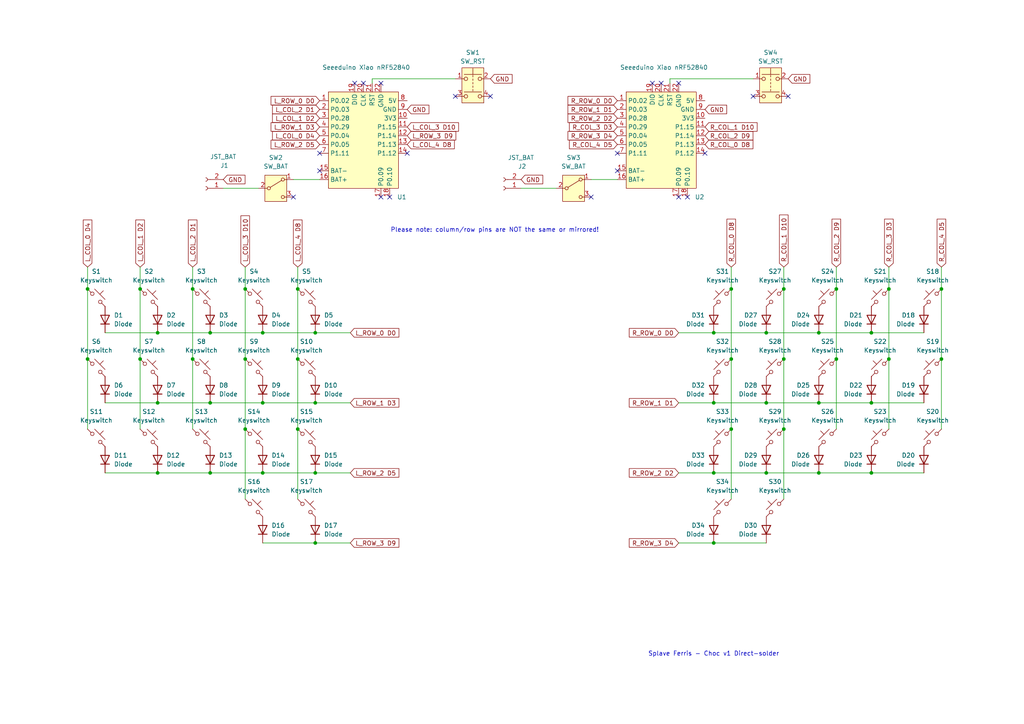
<source format=kicad_sch>
(kicad_sch (version 20250114) (generator "eeschema") (generator_version "9.0")
  (paper "A4")
  (lib_symbols
    (symbol "Connector:Conn_01x02_Socket" (pin_names (offset 1.016) (hide yes))
      (property "Reference" "J" (at 0 2.54 0))
      (property "Value" "Conn_01x02_Socket" (at 0 -5.08 0))
      (symbol "Conn_01x02_Socket_1_1"
        (polyline (pts (xy -1.27 0) (xy -0.508 0)) (stroke (width 0.1524)))
        (polyline (pts (xy -1.27 -2.54) (xy -0.508 -2.54)) (stroke (width 0.1524)))
        (arc (start 0 -0.508) (mid -0.5058 0) (end 0 0.508) (stroke (width 0.1524)))
        (arc (start 0 -3.048) (mid -0.5058 -2.54) (end 0 -2.032) (stroke (width 0.1524)))
        (pin passive line (at -5.08 0 0) (length 3.81) (name "Pin_1") (number "1"))
        (pin passive line (at -5.08 -2.54 0) (length 3.81) (name "Pin_2") (number "2"))
      )
    )
    (symbol "ScottoKeebs:Placeholder_Diode" (pin_numbers (hide yes)) (pin_names (hide yes))
      (property "Reference" "D" (at 0 2.54 0))
      (property "Value" "Diode" (at 0 -2.54 0))
      (symbol "Placeholder_Diode_0_1"
        (polyline (pts (xy -1.27 1.27) (xy -1.27 -1.27)) (stroke (width 0.254)))
        (polyline (pts (xy 1.27 1.27) (xy 1.27 -1.27) (xy -1.27 0) (xy 1.27 1.27)) (stroke (width 0.254)))
        (polyline (pts (xy 1.27 0) (xy -1.27 0)))
      )
      (symbol "Placeholder_Diode_1_1"
        (pin passive line (at -3.81 0 0) (length 2.54) (name "K") (number "1"))
        (pin passive line (at 3.81 0 180) (length 2.54) (name "A") (number "2"))
      )
    )
    (symbol "ScottoKeebs:Placeholder_Keyswitch" (pin_numbers (hide yes)) (pin_names (offset 1.016) (hide yes))
      (property "Reference" "S" (at 3.048 1.016 0))
      (property "Value" "Keyswitch" (at 0 -3.81 0))
      (symbol "Placeholder_Keyswitch_0_1"
        (polyline (pts (xy -2.54 2.54) (xy -1.524 1.524) (xy -1.524 1.524)))
        (circle (center -1.1684 1.1684) (radius 0.508))
        (polyline (pts (xy -0.508 2.54) (xy 2.54 -0.508)))
        (polyline (pts (xy 1.016 1.016) (xy 2.032 2.032)))
        (circle (center 1.143 -1.1938) (radius 0.508))
        (polyline (pts (xy 1.524 -1.524) (xy 2.54 -2.54) (xy 2.54 -2.54) (xy 2.54 -2.54)))
        (pin passive line (at -2.54 2.54 0) (length 0) (name "1") (number "1"))
        (pin passive line (at 2.54 -2.54 180) (length 0) (name "2") (number "2"))
      )
    )
    (symbol "Switch:SW_Push_Dual" (pin_names (offset 1.016) (hide yes))
      (property "Reference" "SW" (at 0 7.62 0))
      (property "Value" "SW_Push_Dual" (at 0 -6.35 0))
      (symbol "SW_Push_Dual_0_1"
        (circle (center -2.032 2.54) (radius 0.508))
        (circle (center -2.032 -2.54) (radius 0.508))
        (polyline (pts (xy 0 3.81) (xy 0 5.588)))
        (polyline (pts (xy 0 3.048) (xy 0 3.556)))
        (polyline (pts (xy 0 2.032) (xy 0 2.54)))
        (polyline (pts (xy 0 1.016) (xy 0 1.524)))
        (polyline (pts (xy 0 0.508) (xy 0 0)))
        (polyline (pts (xy 0 -0.508) (xy 0 -1.016)))
        (circle (center 2.032 2.54) (radius 0.508))
        (circle (center 2.032 -2.54) (radius 0.508))
        (polyline (pts (xy 2.54 3.81) (xy -2.54 3.81)))
        (polyline (pts (xy 2.54 -1.27) (xy -2.54 -1.27)))
        (pin passive line (at -5.08 2.54 0) (length 2.54) (name "1") (number "1"))
        (pin passive line (at -5.08 -2.54 0) (length 2.54) (name "3") (number "3"))
        (pin passive line (at 5.08 2.54 180) (length 2.54) (name "2") (number "2"))
        (pin passive line (at 5.08 -2.54 180) (length 2.54) (name "4") (number "4"))
      )
      (symbol "SW_Push_Dual_1_1"
        (rectangle (start -3.175 5.715) (end 3.175 -4.445) (fill (type background)))
      )
    )
    (symbol "Switch:SW_SPDT" (pin_names (offset 0) (hide yes))
      (property "Reference" "SW" (at 0 5.08 0))
      (property "Value" "SW_SPDT" (at 0 -5.08 0))
      (symbol "SW_SPDT_0_1"
        (circle (center -2.032 0) (radius 0.4572))
        (polyline (pts (xy -1.651 0.254) (xy 1.651 2.286)))
        (circle (center 2.032 2.54) (radius 0.4572))
        (circle (center 2.032 -2.54) (radius 0.4572))
      )
      (symbol "SW_SPDT_1_1"
        (rectangle (start -3.175 3.81) (end 3.175 -3.81) (fill (type background)))
        (pin passive line (at -5.08 0 0) (length 2.54) (name "B") (number "2"))
        (pin passive line (at 5.08 2.54 180) (length 2.54) (name "A") (number "1"))
        (pin passive line (at 5.08 -2.54 180) (length 2.54) (name "C") (number "3"))
      )
    )
    (symbol "marbastlib-promicroish:Seeeduino_Xiao_nRF52840" (in_bom no)
      (property "Reference" "U" (at -10.16 -12.7 0))
      (property "Value" "Seeeduino Xiao nRF52840" (at -10.16 -15.24 0))
      (symbol "Seeeduino_Xiao_nRF52840_1_0"
        (pin bidirectional line (at -12.7 13.97 0) (length 2.54) (name "P0.02") (number "1"))
        (pin bidirectional line (at -12.7 11.43 0) (length 2.54) (name "P0.03") (number "2"))
        (pin bidirectional line (at -12.7 8.89 0) (length 2.54) (name "P0.28") (number "3"))
        (pin bidirectional line (at -12.7 6.35 0) (length 2.54) (name "P0.29") (number "4"))
        (pin bidirectional line (at -12.7 3.81 0) (length 2.54) (name "P0.04") (number "5"))
        (pin bidirectional line (at -12.7 1.27 0) (length 2.54) (name "P0.05") (number "6"))
        (pin bidirectional line (at -12.7 -1.27 0) (length 2.54) (name "P1.11") (number "7"))
        (pin power_in line (at -12.7 -6.35 0) (length 2.54) (name "BAT-") (number "15"))
        (pin power_in line (at -12.7 -8.89 0) (length 2.54) (name "BAT+") (number "16"))
        (pin bidirectional line (at -2.54 19.05 270) (length 2.54) (name "DIO") (number "19"))
        (pin bidirectional line (at 0 19.05 270) (length 2.54) (name "CLK") (number "20"))
        (pin bidirectional line (at 2.54 19.05 270) (length 2.54) (name "RST") (number "21"))
        (pin power_out line (at 5.08 19.05 270) (length 2.54) (name "GND") (number "22"))
        (pin bidirectional line (at 5.08 -13.97 90) (length 2.54) (name "P0.09") (number "17"))
        (pin bidirectional line (at 7.62 -13.97 90) (length 2.54) (name "P0.10") (number "18"))
        (pin power_out line (at 12.7 13.97 180) (length 2.54) (name "5V") (number "8"))
        (pin power_out line (at 12.7 11.43 180) (length 2.54) (name "GND") (number "9"))
        (pin power_out line (at 12.7 8.89 180) (length 2.54) (name "3V3") (number "10"))
        (pin bidirectional line (at 12.7 6.35 180) (length 2.54) (name "P1.15") (number "11"))
        (pin bidirectional line (at 12.7 3.81 180) (length 2.54) (name "P1.14") (number "12"))
        (pin bidirectional line (at 12.7 1.27 180) (length 2.54) (name "P1.13") (number "13"))
        (pin bidirectional line (at 12.7 -1.27 180) (length 2.54) (name "P1.12") (number "14"))
      )
      (symbol "Seeeduino_Xiao_nRF52840_1_1"
        (rectangle (start -10.16 16.51) (end 10.16 -11.43) (fill (type background)))
      )
    )
  )
  (text "Splave Ferris - Choc v1 Direct-solder" (at 207.01 189.738 0) (effects (font (size 1.27 1.27))))
  (text "Please note: column/row pins are NOT the same or mirrored!" (at 143.51 66.802 0) (effects (font (size 1.27 1.27))))
  (junction (at 237.49 116.84))
  (junction (at 86.36 124.46))
  (junction (at 273.05 83.82))
  (junction (at 76.2 96.52))
  (junction (at 252.73 96.52))
  (junction (at 45.72 96.52))
  (junction (at 207.01 137.16))
  (junction (at 45.72 137.16))
  (junction (at 60.96 137.16))
  (junction (at 86.36 104.14))
  (junction (at 257.81 104.14))
  (junction (at 55.88 83.82))
  (junction (at 25.4 83.82))
  (junction (at 76.2 137.16))
  (junction (at 25.4 104.14))
  (junction (at 227.33 104.14))
  (junction (at 55.88 104.14))
  (junction (at 222.25 137.16))
  (junction (at 71.12 124.46))
  (junction (at 40.64 104.14))
  (junction (at 252.73 137.16))
  (junction (at 237.49 137.16))
  (junction (at 237.49 96.52))
  (junction (at 40.64 83.82))
  (junction (at 86.36 83.82))
  (junction (at 207.01 116.84))
  (junction (at 222.25 96.52))
  (junction (at 242.57 104.14))
  (junction (at 91.44 137.16))
  (junction (at 60.96 116.84))
  (junction (at 71.12 83.82))
  (junction (at 91.44 96.52))
  (junction (at 60.96 96.52))
  (junction (at 212.09 124.46))
  (junction (at 273.05 104.14))
  (junction (at 252.73 116.84))
  (junction (at 207.01 157.48))
  (junction (at 242.57 83.82))
  (junction (at 91.44 116.84))
  (junction (at 227.33 83.82))
  (junction (at 76.2 116.84))
  (junction (at 257.81 83.82))
  (junction (at 45.72 116.84))
  (junction (at 212.09 104.14))
  (junction (at 207.01 96.52))
  (junction (at 222.25 116.84))
  (junction (at 71.12 104.14))
  (junction (at 212.09 83.82))
  (junction (at 91.44 157.48))
  (junction (at 227.33 124.46))
  (no_connect (at 218.44 27.94))
  (no_connect (at 191.77 24.13))
  (no_connect (at 110.49 57.15))
  (no_connect (at 171.45 57.15))
  (no_connect (at 196.85 24.13))
  (no_connect (at 132.08 27.94))
  (no_connect (at 142.24 27.94))
  (no_connect (at 85.09 57.15))
  (no_connect (at 189.23 24.13))
  (no_connect (at 199.39 57.15))
  (no_connect (at 102.87 24.13))
  (no_connect (at 179.07 44.45))
  (no_connect (at 179.07 49.53))
  (no_connect (at 92.71 44.45))
  (no_connect (at 204.47 44.45))
  (no_connect (at 105.41 24.13))
  (no_connect (at 110.49 24.13))
  (no_connect (at 196.85 57.15))
  (no_connect (at 118.11 44.45))
  (no_connect (at 228.6 27.94))
  (no_connect (at 92.71 49.53))
  (no_connect (at 113.03 57.15))
  (wire (pts (xy 222.25 137.16) (xy 207.01 137.16)))
  (wire (pts (xy 237.49 96.52) (xy 222.25 96.52)))
  (wire (pts (xy 267.97 137.16) (xy 252.73 137.16)))
  (wire (pts (xy 212.09 104.14) (xy 212.09 124.46)))
  (wire (pts (xy 71.12 104.14) (xy 71.12 124.46)))
  (wire (pts (xy 222.25 157.48) (xy 207.01 157.48)))
  (wire (pts (xy 107.95 24.13) (xy 107.95 22.86)))
  (wire (pts (xy 257.81 104.14) (xy 257.81 124.46)))
  (wire (pts (xy 252.73 137.16) (xy 237.49 137.16)))
  (wire (pts (xy 273.05 77.47) (xy 273.05 83.82)))
  (wire (pts (xy 196.85 137.16) (xy 207.01 137.16)))
  (wire (pts (xy 85.09 52.07) (xy 92.71 52.07)))
  (wire (pts (xy 45.72 137.16) (xy 60.96 137.16)))
  (wire (pts (xy 76.2 137.16) (xy 91.44 137.16)))
  (wire (pts (xy 25.4 83.82) (xy 25.4 104.14)))
  (wire (pts (xy 60.96 137.16) (xy 76.2 137.16)))
  (wire (pts (xy 252.73 116.84) (xy 237.49 116.84)))
  (wire (pts (xy 40.64 77.47) (xy 40.64 83.82)))
  (wire (pts (xy 257.81 83.82) (xy 257.81 104.14)))
  (wire (pts (xy 91.44 96.52) (xy 101.6 96.52)))
  (wire (pts (xy 207.01 116.84) (xy 196.85 116.84)))
  (wire (pts (xy 40.64 83.82) (xy 40.64 104.14)))
  (wire (pts (xy 76.2 96.52) (xy 91.44 96.52)))
  (wire (pts (xy 30.48 137.16) (xy 45.72 137.16)))
  (wire (pts (xy 55.88 104.14) (xy 55.88 124.46)))
  (wire (pts (xy 194.31 24.13) (xy 194.31 22.86)))
  (wire (pts (xy 151.13 54.61) (xy 161.29 54.61)))
  (wire (pts (xy 212.09 124.46) (xy 212.09 144.78)))
  (wire (pts (xy 76.2 157.48) (xy 91.44 157.48)))
  (wire (pts (xy 273.05 104.14) (xy 273.05 124.46)))
  (wire (pts (xy 86.36 104.14) (xy 86.36 124.46)))
  (wire (pts (xy 71.12 77.47) (xy 71.12 83.82)))
  (wire (pts (xy 267.97 96.52) (xy 252.73 96.52)))
  (wire (pts (xy 101.6 157.48) (xy 91.44 157.48)))
  (wire (pts (xy 71.12 83.82) (xy 71.12 104.14)))
  (wire (pts (xy 194.31 22.86) (xy 218.44 22.86)))
  (wire (pts (xy 242.57 104.14) (xy 242.57 124.46)))
  (wire (pts (xy 252.73 96.52) (xy 237.49 96.52)))
  (wire (pts (xy 237.49 137.16) (xy 222.25 137.16)))
  (wire (pts (xy 207.01 96.52) (xy 196.85 96.52)))
  (wire (pts (xy 91.44 116.84) (xy 101.6 116.84)))
  (wire (pts (xy 60.96 116.84) (xy 76.2 116.84)))
  (wire (pts (xy 212.09 77.47) (xy 212.09 83.82)))
  (wire (pts (xy 25.4 104.14) (xy 25.4 124.46)))
  (wire (pts (xy 86.36 124.46) (xy 86.36 144.78)))
  (wire (pts (xy 86.36 77.47) (xy 86.36 83.82)))
  (wire (pts (xy 64.77 54.61) (xy 74.93 54.61)))
  (wire (pts (xy 45.72 116.84) (xy 60.96 116.84)))
  (wire (pts (xy 212.09 83.82) (xy 212.09 104.14)))
  (wire (pts (xy 237.49 116.84) (xy 222.25 116.84)))
  (wire (pts (xy 257.81 77.47) (xy 257.81 83.82)))
  (wire (pts (xy 40.64 104.14) (xy 40.64 124.46)))
  (wire (pts (xy 222.25 96.52) (xy 207.01 96.52)))
  (wire (pts (xy 45.72 96.52) (xy 60.96 96.52)))
  (wire (pts (xy 242.57 77.47) (xy 242.57 83.82)))
  (wire (pts (xy 242.57 83.82) (xy 242.57 104.14)))
  (wire (pts (xy 60.96 96.52) (xy 76.2 96.52)))
  (wire (pts (xy 273.05 83.82) (xy 273.05 104.14)))
  (wire (pts (xy 267.97 116.84) (xy 252.73 116.84)))
  (wire (pts (xy 196.85 157.48) (xy 207.01 157.48)))
  (wire (pts (xy 71.12 124.46) (xy 71.12 144.78)))
  (wire (pts (xy 86.36 83.82) (xy 86.36 104.14)))
  (wire (pts (xy 25.4 77.47) (xy 25.4 83.82)))
  (wire (pts (xy 227.33 83.82) (xy 227.33 104.14)))
  (wire (pts (xy 107.95 22.86) (xy 132.08 22.86)))
  (wire (pts (xy 222.25 116.84) (xy 207.01 116.84)))
  (wire (pts (xy 55.88 83.82) (xy 55.88 104.14)))
  (wire (pts (xy 101.6 137.16) (xy 91.44 137.16)))
  (wire (pts (xy 30.48 96.52) (xy 45.72 96.52)))
  (wire (pts (xy 76.2 116.84) (xy 91.44 116.84)))
  (wire (pts (xy 227.33 104.14) (xy 227.33 124.46)))
  (wire (pts (xy 55.88 77.47) (xy 55.88 83.82)))
  (wire (pts (xy 171.45 52.07) (xy 179.07 52.07)))
  (wire (pts (xy 30.48 116.84) (xy 45.72 116.84)))
  (wire (pts (xy 227.33 124.46) (xy 227.33 144.78)))
  (wire (pts (xy 227.33 77.47) (xy 227.33 83.82)))
  (global_label "L_COL_2 D1" (shape input) (at 55.88 77.47 90) (property "Intersheetrefs" "${INTERSHEET_REFS}" (effects (hide yes))))
  (global_label "L_ROW_0 D0" (shape input) (at 101.6 96.52 0) (property "Intersheetrefs" "${INTERSHEET_REFS}" (effects (hide yes))))
  (global_label "R_COL_3 D3" (shape input) (at 257.81 77.47 90) (property "Intersheetrefs" "${INTERSHEET_REFS}" (effects (hide yes))))
  (global_label "R_COL_0 D8" (shape input) (at 204.47 41.91 0) (property "Intersheetrefs" "${INTERSHEET_REFS}" (effects (hide yes))))
  (global_label "R_COL_3 D3" (shape input) (at 179.07 36.83 180) (property "Intersheetrefs" "${INTERSHEET_REFS}" (effects (hide yes))))
  (global_label "L_ROW_1 D3" (shape input) (at 92.71 36.83 180) (property "Intersheetrefs" "${INTERSHEET_REFS}" (effects (hide yes))))
  (global_label "L_COL_3 D10" (shape input) (at 71.12 77.47 90) (property "Intersheetrefs" "${INTERSHEET_REFS}" (effects (hide yes))))
  (global_label "L_COL_3 D10" (shape input) (at 118.11 36.83 0) (property "Intersheetrefs" "${INTERSHEET_REFS}" (effects (hide yes))))
  (global_label "L_COL_4 D8" (shape input) (at 86.36 77.47 90) (property "Intersheetrefs" "${INTERSHEET_REFS}" (effects (hide yes))))
  (global_label "GND" (shape input) (at 118.11 31.75 0) (property "Intersheetrefs" "${INTERSHEET_REFS}" (effects (hide yes))))
  (global_label "R_ROW_2 D2" (shape input) (at 179.07 34.29 180) (property "Intersheetrefs" "${INTERSHEET_REFS}" (effects (hide yes))))
  (global_label "L_ROW_3 D9" (shape input) (at 118.11 39.37 0) (property "Intersheetrefs" "${INTERSHEET_REFS}" (effects (hide yes))))
  (global_label "R_COL_1 D10" (shape input) (at 227.33 77.47 90) (property "Intersheetrefs" "${INTERSHEET_REFS}" (effects (hide yes))))
  (global_label "GND" (shape input) (at 64.77 52.07 0) (property "Intersheetrefs" "${INTERSHEET_REFS}" (effects (hide yes))))
  (global_label "R_ROW_1 D1" (shape input) (at 179.07 31.75 180) (property "Intersheetrefs" "${INTERSHEET_REFS}" (effects (hide yes))))
  (global_label "R_ROW_3 D4" (shape input) (at 196.85 157.48 180) (property "Intersheetrefs" "${INTERSHEET_REFS}" (effects (hide yes))))
  (global_label "L_ROW_2 D5" (shape input) (at 92.71 41.91 180) (property "Intersheetrefs" "${INTERSHEET_REFS}" (effects (hide yes))))
  (global_label "GND" (shape input) (at 142.24 22.86 0) (property "Intersheetrefs" "${INTERSHEET_REFS}" (effects (hide yes))))
  (global_label "L_COL_4 D8" (shape input) (at 118.11 41.91 0) (property "Intersheetrefs" "${INTERSHEET_REFS}" (effects (hide yes))))
  (global_label "R_ROW_2 D2" (shape input) (at 196.85 137.16 180) (property "Intersheetrefs" "${INTERSHEET_REFS}" (effects (hide yes))))
  (global_label "L_ROW_2 D5" (shape input) (at 101.6 137.16 0) (property "Intersheetrefs" "${INTERSHEET_REFS}" (effects (hide yes))))
  (global_label "R_ROW_0 D0" (shape input) (at 196.85 96.52 180) (property "Intersheetrefs" "${INTERSHEET_REFS}" (effects (hide yes))))
  (global_label "L_COL_1 D2" (shape input) (at 40.64 77.47 90) (property "Intersheetrefs" "${INTERSHEET_REFS}" (effects (hide yes))))
  (global_label "R_COL_1 D10" (shape input) (at 204.47 36.83 0) (property "Intersheetrefs" "${INTERSHEET_REFS}" (effects (hide yes))))
  (global_label "L_ROW_1 D3" (shape input) (at 101.6 116.84 0) (property "Intersheetrefs" "${INTERSHEET_REFS}" (effects (hide yes))))
  (global_label "L_COL_0 D4" (shape input) (at 25.4 77.47 90) (property "Intersheetrefs" "${INTERSHEET_REFS}" (effects (hide yes))))
  (global_label "GND" (shape input) (at 228.6 22.86 0) (property "Intersheetrefs" "${INTERSHEET_REFS}" (effects (hide yes))))
  (global_label "R_COL_0 D8" (shape input) (at 212.09 77.47 90) (property "Intersheetrefs" "${INTERSHEET_REFS}" (effects (hide yes))))
  (global_label "R_ROW_0 D0" (shape input) (at 179.07 29.21 180) (property "Intersheetrefs" "${INTERSHEET_REFS}" (effects (hide yes))))
  (global_label "GND" (shape input) (at 151.13 52.07 0) (property "Intersheetrefs" "${INTERSHEET_REFS}" (effects (hide yes))))
  (global_label "GND" (shape input) (at 204.47 31.75 0) (property "Intersheetrefs" "${INTERSHEET_REFS}" (effects (hide yes))))
  (global_label "R_ROW_3 D4" (shape input) (at 179.07 39.37 180) (property "Intersheetrefs" "${INTERSHEET_REFS}" (effects (hide yes))))
  (global_label "L_ROW_3 D9" (shape input) (at 101.6 157.48 0) (property "Intersheetrefs" "${INTERSHEET_REFS}" (effects (hide yes))))
  (global_label "L_COL_1 D2" (shape input) (at 92.71 34.29 180) (property "Intersheetrefs" "${INTERSHEET_REFS}" (effects (hide yes))))
  (global_label "L_ROW_0 D0" (shape input) (at 92.71 29.21 180) (property "Intersheetrefs" "${INTERSHEET_REFS}" (effects (hide yes))))
  (global_label "R_ROW_1 D1" (shape input) (at 196.85 116.84 180) (property "Intersheetrefs" "${INTERSHEET_REFS}" (effects (hide yes))))
  (global_label "R_COL_4 D5" (shape input) (at 273.05 77.47 90) (property "Intersheetrefs" "${INTERSHEET_REFS}" (effects (hide yes))))
  (global_label "L_COL_0 D4" (shape input) (at 92.71 39.37 180) (property "Intersheetrefs" "${INTERSHEET_REFS}" (effects (hide yes))))
  (global_label "R_COL_2 D9" (shape input) (at 242.57 77.47 90) (property "Intersheetrefs" "${INTERSHEET_REFS}" (effects (hide yes))))
  (global_label "R_COL_2 D9" (shape input) (at 204.47 39.37 0) (property "Intersheetrefs" "${INTERSHEET_REFS}" (effects (hide yes))))
  (global_label "R_COL_4 D5" (shape input) (at 179.07 41.91 180) (property "Intersheetrefs" "${INTERSHEET_REFS}" (effects (hide yes))))
  (global_label "L_COL_2 D1" (shape input) (at 92.71 31.75 180) (property "Intersheetrefs" "${INTERSHEET_REFS}" (effects (hide yes))))
  (symbol (lib_id "ScottoKeebs:Placeholder_Diode") (at 45.72 113.03 90) (unit 1)
    (property "Reference" "D7" (at 48.26 111.7599 90) (effects (justify right)))
    (property "Value" "Diode" (at 48.26 114.2999 90) (effects (justify right)))
    (property "Description" "1N4148 (DO-35) or 1N4148W (SOD-123)" (effects (hide yes)))
    (property "Sim.Device" "D" (effects (hide yes)))
    (property "Sim.Pins" "1=K 2=A" (effects (hide yes)))
  )
  (symbol (lib_id "ScottoKeebs:Placeholder_Diode") (at 207.01 92.71 270) (mirror x) (unit 1)
    (property "Reference" "D31" (at 204.47 91.4399 90) (effects (justify right)))
    (property "Value" "Diode" (at 204.47 93.9799 90) (effects (justify right)))
    (property "Description" "1N4148 (DO-35) or 1N4148W (SOD-123)" (effects (hide yes)))
    (property "Sim.Device" "D" (effects (hide yes)))
    (property "Sim.Pins" "1=K 2=A" (effects (hide yes)))
  )
  (symbol (lib_id "ScottoKeebs:Placeholder_Diode") (at 252.73 113.03 270) (mirror x) (unit 1)
    (property "Reference" "D22" (at 250.19 111.7599 90) (effects (justify right)))
    (property "Value" "Diode" (at 250.19 114.2999 90) (effects (justify right)))
    (property "Description" "1N4148 (DO-35) or 1N4148W (SOD-123)" (effects (hide yes)))
    (property "Sim.Device" "D" (effects (hide yes)))
    (property "Sim.Pins" "1=K 2=A" (effects (hide yes)))
  )
  (symbol (lib_id "ScottoKeebs:Placeholder_Diode") (at 237.49 133.35 270) (mirror x) (unit 1)
    (property "Reference" "D26" (at 234.95 132.0799 90) (effects (justify right)))
    (property "Value" "Diode" (at 234.95 134.6199 90) (effects (justify right)))
    (property "Description" "1N4148 (DO-35) or 1N4148W (SOD-123)" (effects (hide yes)))
    (property "Sim.Device" "D" (effects (hide yes)))
    (property "Sim.Pins" "1=K 2=A" (effects (hide yes)))
  )
  (symbol (lib_id "marbastlib-promicroish:Seeeduino_Xiao_nRF52840") (at 191.77 43.18 0) (unit 1) (in_bom no)
    (property "Reference" "U2" (at 201.5333 57.15 0) (effects (justify left)))
    (property "Value" "Seeeduino Xiao nRF52840" (at 179.832 19.558 0) (effects (justify left)))
    (property "Footprint" "PCM_marbastlib-xp-promicroish:Xiao_nRF52840_ACH" (effects (hide yes)))
    (property "Description" "Symbol for a Seeeduino Xiao nRF52840" (effects (hide yes)))
  )
  (symbol (lib_id "ScottoKeebs:Placeholder_Diode") (at 30.48 133.35 90) (unit 1)
    (property "Reference" "D11" (at 33.02 132.0799 90) (effects (justify right)))
    (property "Value" "Diode" (at 33.02 134.6199 90) (effects (justify right)))
    (property "Description" "1N4148 (DO-35) or 1N4148W (SOD-123)" (effects (hide yes)))
    (property "Sim.Device" "D" (effects (hide yes)))
    (property "Sim.Pins" "1=K 2=A" (effects (hide yes)))
  )
  (symbol (lib_id "ScottoKeebs:Placeholder_Diode") (at 45.72 133.35 90) (unit 1)
    (property "Reference" "D12" (at 48.26 132.0799 90) (effects (justify right)))
    (property "Value" "Diode" (at 48.26 134.6199 90) (effects (justify right)))
    (property "Description" "1N4148 (DO-35) or 1N4148W (SOD-123)" (effects (hide yes)))
    (property "Sim.Device" "D" (effects (hide yes)))
    (property "Sim.Pins" "1=K 2=A" (effects (hide yes)))
  )
  (symbol (lib_id "ScottoKeebs:Placeholder_Keyswitch") (at 224.79 86.36 0) (mirror y) (unit 1)
    (property "Reference" "S27" (at 224.79 78.74 0))
    (property "Value" "Keyswitch" (at 224.79 81.28 0))
    (property "Description" "Push button switch, normally open, two pins, 45° tilted" (effects (hide yes)))
  )
  (symbol (lib_id "ScottoKeebs:Placeholder_Diode") (at 76.2 113.03 90) (unit 1)
    (property "Reference" "D9" (at 78.74 111.7599 90) (effects (justify right)))
    (property "Value" "Diode" (at 78.74 114.2999 90) (effects (justify right)))
    (property "Description" "1N4148 (DO-35) or 1N4148W (SOD-123)" (effects (hide yes)))
    (property "Sim.Device" "D" (effects (hide yes)))
    (property "Sim.Pins" "1=K 2=A" (effects (hide yes)))
  )
  (symbol (lib_id "ScottoKeebs:Placeholder_Keyswitch") (at 27.94 127 0) (unit 1)
    (property "Reference" "S11" (at 27.94 119.38 0))
    (property "Value" "Keyswitch" (at 27.94 121.92 0))
    (property "Description" "Push button switch, normally open, two pins, 45° tilted" (effects (hide yes)))
  )
  (symbol (lib_id "Connector:Conn_01x02_Socket") (at 59.69 54.61 180) (unit 1)
    (property "Reference" "J1" (at 66.294 48.006 0) (effects (justify left)))
    (property "Value" "JST_BAT" (at 68.58 45.466 0) (effects (justify left)))
    (property "Description" "Generic connector, single row, 01x02, script generated" (effects (hide yes)))
  )
  (symbol (lib_id "ScottoKeebs:Placeholder_Keyswitch") (at 43.18 86.36 0) (unit 1)
    (property "Reference" "S2" (at 43.18 78.74 0))
    (property "Value" "Keyswitch" (at 43.18 81.28 0))
    (property "Description" "Push button switch, normally open, two pins, 45° tilted" (effects (hide yes)))
  )
  (symbol (lib_id "ScottoKeebs:Placeholder_Keyswitch") (at 73.66 127 0) (unit 1)
    (property "Reference" "S14" (at 73.66 119.38 0))
    (property "Value" "Keyswitch" (at 73.66 121.92 0))
    (property "Description" "Push button switch, normally open, two pins, 45° tilted" (effects (hide yes)))
  )
  (symbol (lib_id "ScottoKeebs:Placeholder_Diode") (at 267.97 133.35 270) (mirror x) (unit 1)
    (property "Reference" "D20" (at 265.43 132.0799 90) (effects (justify right)))
    (property "Value" "Diode" (at 265.43 134.6199 90) (effects (justify right)))
    (property "Description" "1N4148 (DO-35) or 1N4148W (SOD-123)" (effects (hide yes)))
    (property "Sim.Device" "D" (effects (hide yes)))
    (property "Sim.Pins" "1=K 2=A" (effects (hide yes)))
  )
  (symbol (lib_id "Connector:Conn_01x02_Socket") (at 146.05 54.61 180) (unit 1)
    (property "Reference" "J2" (at 152.654 48.26 0) (effects (justify left)))
    (property "Value" "JST_BAT" (at 154.94 45.72 0) (effects (justify left)))
    (property "Description" "Generic connector, single row, 01x02, script generated" (effects (hide yes)))
  )
  (symbol (lib_id "Switch:SW_Push_Dual") (at 223.52 25.4 0) (unit 1)
    (property "Reference" "SW4" (at 223.52 15.24 0))
    (property "Value" "SW_RST" (at 223.52 17.78 0))
    (property "Description" "Push button switch, generic, symbol, four pins" (effects (hide yes)))
  )
  (symbol (lib_id "ScottoKeebs:Placeholder_Keyswitch") (at 270.51 127 0) (mirror y) (unit 1)
    (property "Reference" "S20" (at 270.51 119.38 0))
    (property "Value" "Keyswitch" (at 270.51 121.92 0))
    (property "Description" "Push button switch, normally open, two pins, 45° tilted" (effects (hide yes)))
  )
  (symbol (lib_id "ScottoKeebs:Placeholder_Diode") (at 45.72 92.71 90) (unit 1)
    (property "Reference" "D2" (at 48.26 91.4399 90) (effects (justify right)))
    (property "Value" "Diode" (at 48.26 93.9799 90) (effects (justify right)))
    (property "Description" "1N4148 (DO-35) or 1N4148W (SOD-123)" (effects (hide yes)))
    (property "Sim.Device" "D" (effects (hide yes)))
    (property "Sim.Pins" "1=K 2=A" (effects (hide yes)))
  )
  (symbol (lib_id "ScottoKeebs:Placeholder_Keyswitch") (at 255.27 106.68 0) (mirror y) (unit 1)
    (property "Reference" "S22" (at 255.27 99.06 0))
    (property "Value" "Keyswitch" (at 255.27 101.6 0))
    (property "Description" "Push button switch, normally open, two pins, 45° tilted" (effects (hide yes)))
  )
  (symbol (lib_id "ScottoKeebs:Placeholder_Keyswitch") (at 58.42 86.36 0) (unit 1)
    (property "Reference" "S3" (at 58.42 78.74 0))
    (property "Value" "Keyswitch" (at 58.42 81.28 0))
    (property "Description" "Push button switch, normally open, two pins, 45° tilted" (effects (hide yes)))
  )
  (symbol (lib_id "ScottoKeebs:Placeholder_Diode") (at 252.73 133.35 270) (mirror x) (unit 1)
    (property "Reference" "D23" (at 250.19 132.0799 90) (effects (justify right)))
    (property "Value" "Diode" (at 250.19 134.6199 90) (effects (justify right)))
    (property "Description" "1N4148 (DO-35) or 1N4148W (SOD-123)" (effects (hide yes)))
    (property "Sim.Device" "D" (effects (hide yes)))
    (property "Sim.Pins" "1=K 2=A" (effects (hide yes)))
  )
  (symbol (lib_id "ScottoKeebs:Placeholder_Diode") (at 30.48 113.03 90) (unit 1)
    (property "Reference" "D6" (at 33.02 111.7599 90) (effects (justify right)))
    (property "Value" "Diode" (at 33.02 114.2999 90) (effects (justify right)))
    (property "Description" "1N4148 (DO-35) or 1N4148W (SOD-123)" (effects (hide yes)))
    (property "Sim.Device" "D" (effects (hide yes)))
    (property "Sim.Pins" "1=K 2=A" (effects (hide yes)))
  )
  (symbol (lib_id "ScottoKeebs:Placeholder_Keyswitch") (at 73.66 106.68 0) (unit 1)
    (property "Reference" "S9" (at 73.66 99.06 0))
    (property "Value" "Keyswitch" (at 73.66 101.6 0))
    (property "Description" "Push button switch, normally open, two pins, 45° tilted" (effects (hide yes)))
  )
  (symbol (lib_id "ScottoKeebs:Placeholder_Diode") (at 91.44 133.35 90) (unit 1)
    (property "Reference" "D15" (at 93.98 132.0799 90) (effects (justify right)))
    (property "Value" "Diode" (at 93.98 134.6199 90) (effects (justify right)))
    (property "Description" "1N4148 (DO-35) or 1N4148W (SOD-123)" (effects (hide yes)))
    (property "Sim.Device" "D" (effects (hide yes)))
    (property "Sim.Pins" "1=K 2=A" (effects (hide yes)))
  )
  (symbol (lib_id "ScottoKeebs:Placeholder_Diode") (at 252.73 92.71 270) (mirror x) (unit 1)
    (property "Reference" "D21" (at 250.19 91.4399 90) (effects (justify right)))
    (property "Value" "Diode" (at 250.19 93.9799 90) (effects (justify right)))
    (property "Description" "1N4148 (DO-35) or 1N4148W (SOD-123)" (effects (hide yes)))
    (property "Sim.Device" "D" (effects (hide yes)))
    (property "Sim.Pins" "1=K 2=A" (effects (hide yes)))
  )
  (symbol (lib_id "ScottoKeebs:Placeholder_Keyswitch") (at 209.55 147.32 0) (mirror y) (unit 1)
    (property "Reference" "S34" (at 209.55 139.7 0))
    (property "Value" "Keyswitch" (at 209.55 142.24 0))
    (property "Description" "Push button switch, normally open, two pins, 45° tilted" (effects (hide yes)))
  )
  (symbol (lib_id "ScottoKeebs:Placeholder_Diode") (at 91.44 153.67 90) (unit 1)
    (property "Reference" "D17" (at 93.98 152.3999 90) (effects (justify right)))
    (property "Value" "Diode" (at 93.98 154.9399 90) (effects (justify right)))
    (property "Description" "1N4148 (DO-35) or 1N4148W (SOD-123)" (effects (hide yes)))
    (property "Sim.Device" "D" (effects (hide yes)))
    (property "Sim.Pins" "1=K 2=A" (effects (hide yes)))
  )
  (symbol (lib_id "ScottoKeebs:Placeholder_Keyswitch") (at 58.42 106.68 0) (unit 1)
    (property "Reference" "S8" (at 58.42 99.06 0))
    (property "Value" "Keyswitch" (at 58.42 101.6 0))
    (property "Description" "Push button switch, normally open, two pins, 45° tilted" (effects (hide yes)))
  )
  (symbol (lib_id "ScottoKeebs:Placeholder_Keyswitch") (at 43.18 127 0) (unit 1)
    (property "Reference" "S12" (at 43.18 119.38 0))
    (property "Value" "Keyswitch" (at 43.18 121.92 0))
    (property "Description" "Push button switch, normally open, two pins, 45° tilted" (effects (hide yes)))
  )
  (symbol (lib_id "ScottoKeebs:Placeholder_Keyswitch") (at 270.51 86.36 0) (mirror y) (unit 1)
    (property "Reference" "S18" (at 270.51 78.74 0))
    (property "Value" "Keyswitch" (at 270.51 81.28 0))
    (property "Description" "Push button switch, normally open, two pins, 45° tilted" (effects (hide yes)))
  )
  (symbol (lib_id "ScottoKeebs:Placeholder_Keyswitch") (at 224.79 147.32 0) (mirror y) (unit 1)
    (property "Reference" "S30" (at 224.79 139.7 0))
    (property "Value" "Keyswitch" (at 224.79 142.24 0))
    (property "Description" "Push button switch, normally open, two pins, 45° tilted" (effects (hide yes)))
  )
  (symbol (lib_id "ScottoKeebs:Placeholder_Diode") (at 60.96 133.35 90) (unit 1)
    (property "Reference" "D13" (at 63.5 132.0799 90) (effects (justify right)))
    (property "Value" "Diode" (at 63.5 134.6199 90) (effects (justify right)))
    (property "Description" "1N4148 (DO-35) or 1N4148W (SOD-123)" (effects (hide yes)))
    (property "Sim.Device" "D" (effects (hide yes)))
    (property "Sim.Pins" "1=K 2=A" (effects (hide yes)))
  )
  (symbol (lib_id "ScottoKeebs:Placeholder_Keyswitch") (at 240.03 86.36 0) (mirror y) (unit 1)
    (property "Reference" "S24" (at 240.03 78.74 0))
    (property "Value" "Keyswitch" (at 240.03 81.28 0))
    (property "Description" "Push button switch, normally open, two pins, 45° tilted" (effects (hide yes)))
  )
  (symbol (lib_id "ScottoKeebs:Placeholder_Keyswitch") (at 240.03 106.68 0) (mirror y) (unit 1)
    (property "Reference" "S25" (at 240.03 99.06 0))
    (property "Value" "Keyswitch" (at 240.03 101.6 0))
    (property "Description" "Push button switch, normally open, two pins, 45° tilted" (effects (hide yes)))
  )
  (symbol (lib_id "ScottoKeebs:Placeholder_Diode") (at 207.01 133.35 270) (mirror x) (unit 1)
    (property "Reference" "D33" (at 204.47 132.0799 90) (effects (justify right)))
    (property "Value" "Diode" (at 204.47 134.6199 90) (effects (justify right)))
    (property "Description" "1N4148 (DO-35) or 1N4148W (SOD-123)" (effects (hide yes)))
    (property "Sim.Device" "D" (effects (hide yes)))
    (property "Sim.Pins" "1=K 2=A" (effects (hide yes)))
  )
  (symbol (lib_id "ScottoKeebs:Placeholder_Keyswitch") (at 255.27 86.36 0) (mirror y) (unit 1)
    (property "Reference" "S21" (at 255.27 78.74 0))
    (property "Value" "Keyswitch" (at 255.27 81.28 0))
    (property "Description" "Push button switch, normally open, two pins, 45° tilted" (effects (hide yes)))
  )
  (symbol (lib_id "ScottoKeebs:Placeholder_Keyswitch") (at 73.66 147.32 0) (unit 1)
    (property "Reference" "S16" (at 73.66 139.7 0))
    (property "Value" "Keyswitch" (at 73.66 142.24 0))
    (property "Description" "Push button switch, normally open, two pins, 45° tilted" (effects (hide yes)))
  )
  (symbol (lib_id "ScottoKeebs:Placeholder_Diode") (at 207.01 113.03 270) (mirror x) (unit 1)
    (property "Reference" "D32" (at 204.47 111.7599 90) (effects (justify right)))
    (property "Value" "Diode" (at 204.47 114.2999 90) (effects (justify right)))
    (property "Description" "1N4148 (DO-35) or 1N4148W (SOD-123)" (effects (hide yes)))
    (property "Sim.Device" "D" (effects (hide yes)))
    (property "Sim.Pins" "1=K 2=A" (effects (hide yes)))
  )
  (symbol (lib_id "ScottoKeebs:Placeholder_Diode") (at 76.2 133.35 90) (unit 1)
    (property "Reference" "D14" (at 78.74 132.0799 90) (effects (justify right)))
    (property "Value" "Diode" (at 78.74 134.6199 90) (effects (justify right)))
    (property "Description" "1N4148 (DO-35) or 1N4148W (SOD-123)" (effects (hide yes)))
    (property "Sim.Device" "D" (effects (hide yes)))
    (property "Sim.Pins" "1=K 2=A" (effects (hide yes)))
  )
  (symbol (lib_id "ScottoKeebs:Placeholder_Keyswitch") (at 240.03 127 0) (mirror y) (unit 1)
    (property "Reference" "S26" (at 240.03 119.38 0))
    (property "Value" "Keyswitch" (at 240.03 121.92 0))
    (property "Description" "Push button switch, normally open, two pins, 45° tilted" (effects (hide yes)))
  )
  (symbol (lib_id "Switch:SW_SPDT") (at 166.37 54.61 0) (unit 1)
    (property "Reference" "SW3" (at 166.37 45.72 0))
    (property "Value" "SW_BAT" (at 166.37 48.26 0))
    (property "Description" "Switch, single pole double throw" (effects (hide yes)))
  )
  (symbol (lib_id "ScottoKeebs:Placeholder_Keyswitch") (at 58.42 127 0) (unit 1)
    (property "Reference" "S13" (at 58.42 119.38 0))
    (property "Value" "Keyswitch" (at 58.42 121.92 0))
    (property "Description" "Push button switch, normally open, two pins, 45° tilted" (effects (hide yes)))
  )
  (symbol (lib_id "Switch:SW_SPDT") (at 80.01 54.61 0) (unit 1)
    (property "Reference" "SW2" (at 80.01 45.72 0))
    (property "Value" "SW_BAT" (at 80.01 48.26 0))
    (property "Description" "Switch, single pole double throw" (effects (hide yes)))
  )
  (symbol (lib_id "ScottoKeebs:Placeholder_Keyswitch") (at 27.94 86.36 0) (unit 1)
    (property "Reference" "S1" (at 27.94 78.74 0))
    (property "Value" "Keyswitch" (at 27.94 81.28 0))
    (property "Description" "Push button switch, normally open, two pins, 45° tilted" (effects (hide yes)))
  )
  (symbol (lib_id "ScottoKeebs:Placeholder_Keyswitch") (at 209.55 106.68 0) (mirror y) (unit 1)
    (property "Reference" "S32" (at 209.55 99.06 0))
    (property "Value" "Keyswitch" (at 209.55 101.6 0))
    (property "Description" "Push button switch, normally open, two pins, 45° tilted" (effects (hide yes)))
  )
  (symbol (lib_id "ScottoKeebs:Placeholder_Diode") (at 76.2 92.71 90) (unit 1)
    (property "Reference" "D4" (at 78.74 91.4399 90) (effects (justify right)))
    (property "Value" "Diode" (at 78.74 93.9799 90) (effects (justify right)))
    (property "Description" "1N4148 (DO-35) or 1N4148W (SOD-123)" (effects (hide yes)))
    (property "Sim.Device" "D" (effects (hide yes)))
    (property "Sim.Pins" "1=K 2=A" (effects (hide yes)))
  )
  (symbol (lib_id "Switch:SW_Push_Dual") (at 137.16 25.4 0) (unit 1)
    (property "Reference" "SW1" (at 137.16 15.24 0))
    (property "Value" "SW_RST" (at 137.16 17.78 0))
    (property "Description" "Push button switch, generic, symbol, four pins" (effects (hide yes)))
  )
  (symbol (lib_id "marbastlib-promicroish:Seeeduino_Xiao_nRF52840") (at 105.41 43.18 0) (unit 1) (in_bom no)
    (property "Reference" "U1" (at 115.1733 57.15 0) (effects (justify left)))
    (property "Value" "Seeeduino Xiao nRF52840" (at 93.472 19.558 0) (effects (justify left)))
    (property "Footprint" "PCM_marbastlib-xp-promicroish:Xiao_nRF52840_ACH" (effects (hide yes)))
    (property "Description" "Symbol for a Seeeduino Xiao nRF52840" (effects (hide yes)))
  )
  (symbol (lib_id "ScottoKeebs:Placeholder_Diode") (at 30.48 92.71 90) (unit 1)
    (property "Reference" "D1" (at 33.02 91.4399 90) (effects (justify right)))
    (property "Value" "Diode" (at 33.02 93.9799 90) (effects (justify right)))
    (property "Description" "1N4148 (DO-35) or 1N4148W (SOD-123)" (effects (hide yes)))
    (property "Sim.Device" "D" (effects (hide yes)))
    (property "Sim.Pins" "1=K 2=A" (effects (hide yes)))
  )
  (symbol (lib_id "ScottoKeebs:Placeholder_Diode") (at 222.25 92.71 270) (mirror x) (unit 1)
    (property "Reference" "D27" (at 219.71 91.4399 90) (effects (justify right)))
    (property "Value" "Diode" (at 219.71 93.9799 90) (effects (justify right)))
    (property "Description" "1N4148 (DO-35) or 1N4148W (SOD-123)" (effects (hide yes)))
    (property "Sim.Device" "D" (effects (hide yes)))
    (property "Sim.Pins" "1=K 2=A" (effects (hide yes)))
  )
  (symbol (lib_id "ScottoKeebs:Placeholder_Keyswitch") (at 255.27 127 0) (mirror y) (unit 1)
    (property "Reference" "S23" (at 255.27 119.38 0))
    (property "Value" "Keyswitch" (at 255.27 121.92 0))
    (property "Description" "Push button switch, normally open, two pins, 45° tilted" (effects (hide yes)))
  )
  (symbol (lib_id "ScottoKeebs:Placeholder_Diode") (at 237.49 113.03 270) (mirror x) (unit 1)
    (property "Reference" "D25" (at 234.95 111.7599 90) (effects (justify right)))
    (property "Value" "Diode" (at 234.95 114.2999 90) (effects (justify right)))
    (property "Description" "1N4148 (DO-35) or 1N4148W (SOD-123)" (effects (hide yes)))
    (property "Sim.Device" "D" (effects (hide yes)))
    (property "Sim.Pins" "1=K 2=A" (effects (hide yes)))
  )
  (symbol (lib_id "ScottoKeebs:Placeholder_Keyswitch") (at 88.9 127 0) (unit 1)
    (property "Reference" "S15" (at 88.9 119.38 0))
    (property "Value" "Keyswitch" (at 88.9 121.92 0))
    (property "Description" "Push button switch, normally open, two pins, 45° tilted" (effects (hide yes)))
  )
  (symbol (lib_id "ScottoKeebs:Placeholder_Diode") (at 76.2 153.67 90) (unit 1)
    (property "Reference" "D16" (at 78.74 152.3999 90) (effects (justify right)))
    (property "Value" "Diode" (at 78.74 154.9399 90) (effects (justify right)))
    (property "Description" "1N4148 (DO-35) or 1N4148W (SOD-123)" (effects (hide yes)))
    (property "Sim.Device" "D" (effects (hide yes)))
    (property "Sim.Pins" "1=K 2=A" (effects (hide yes)))
  )
  (symbol (lib_id "ScottoKeebs:Placeholder_Keyswitch") (at 27.94 106.68 0) (unit 1)
    (property "Reference" "S6" (at 27.94 99.06 0))
    (property "Value" "Keyswitch" (at 27.94 101.6 0))
    (property "Description" "Push button switch, normally open, two pins, 45° tilted" (effects (hide yes)))
  )
  (symbol (lib_id "ScottoKeebs:Placeholder_Diode") (at 267.97 113.03 270) (mirror x) (unit 1)
    (property "Reference" "D19" (at 265.43 111.7599 90) (effects (justify right)))
    (property "Value" "Diode" (at 265.43 114.2999 90) (effects (justify right)))
    (property "Description" "1N4148 (DO-35) or 1N4148W (SOD-123)" (effects (hide yes)))
    (property "Sim.Device" "D" (effects (hide yes)))
    (property "Sim.Pins" "1=K 2=A" (effects (hide yes)))
  )
  (symbol (lib_id "ScottoKeebs:Placeholder_Diode") (at 222.25 153.67 270) (mirror x) (unit 1)
    (property "Reference" "D30" (at 219.71 152.3999 90) (effects (justify right)))
    (property "Value" "Diode" (at 219.71 154.9399 90) (effects (justify right)))
    (property "Description" "1N4148 (DO-35) or 1N4148W (SOD-123)" (effects (hide yes)))
    (property "Sim.Device" "D" (effects (hide yes)))
    (property "Sim.Pins" "1=K 2=A" (effects (hide yes)))
  )
  (symbol (lib_id "ScottoKeebs:Placeholder_Diode") (at 237.49 92.71 270) (mirror x) (unit 1)
    (property "Reference" "D24" (at 234.95 91.4399 90) (effects (justify right)))
    (property "Value" "Diode" (at 234.95 93.9799 90) (effects (justify right)))
    (property "Description" "1N4148 (DO-35) or 1N4148W (SOD-123)" (effects (hide yes)))
    (property "Sim.Device" "D" (effects (hide yes)))
    (property "Sim.Pins" "1=K 2=A" (effects (hide yes)))
  )
  (symbol (lib_id "ScottoKeebs:Placeholder_Diode") (at 222.25 113.03 270) (mirror x) (unit 1)
    (property "Reference" "D28" (at 219.71 111.7599 90) (effects (justify right)))
    (property "Value" "Diode" (at 219.71 114.2999 90) (effects (justify right)))
    (property "Description" "1N4148 (DO-35) or 1N4148W (SOD-123)" (effects (hide yes)))
    (property "Sim.Device" "D" (effects (hide yes)))
    (property "Sim.Pins" "1=K 2=A" (effects (hide yes)))
  )
  (symbol (lib_id "ScottoKeebs:Placeholder_Keyswitch") (at 209.55 127 0) (mirror y) (unit 1)
    (property "Reference" "S33" (at 209.55 119.38 0))
    (property "Value" "Keyswitch" (at 209.55 121.92 0))
    (property "Description" "Push button switch, normally open, two pins, 45° tilted" (effects (hide yes)))
  )
  (symbol (lib_id "ScottoKeebs:Placeholder_Diode") (at 91.44 113.03 90) (unit 1)
    (property "Reference" "D10" (at 93.98 111.7599 90) (effects (justify right)))
    (property "Value" "Diode" (at 93.98 114.2999 90) (effects (justify right)))
    (property "Description" "1N4148 (DO-35) or 1N4148W (SOD-123)" (effects (hide yes)))
    (property "Sim.Device" "D" (effects (hide yes)))
    (property "Sim.Pins" "1=K 2=A" (effects (hide yes)))
  )
  (symbol (lib_id "ScottoKeebs:Placeholder_Diode") (at 207.01 153.67 270) (mirror x) (unit 1)
    (property "Reference" "D34" (at 204.47 152.3999 90) (effects (justify right)))
    (property "Value" "Diode" (at 204.47 154.9399 90) (effects (justify right)))
    (property "Description" "1N4148 (DO-35) or 1N4148W (SOD-123)" (effects (hide yes)))
    (property "Sim.Device" "D" (effects (hide yes)))
    (property "Sim.Pins" "1=K 2=A" (effects (hide yes)))
  )
  (symbol (lib_id "ScottoKeebs:Placeholder_Diode") (at 267.97 92.71 270) (mirror x) (unit 1)
    (property "Reference" "D18" (at 265.43 91.4399 90) (effects (justify right)))
    (property "Value" "Diode" (at 265.43 93.9799 90) (effects (justify right)))
    (property "Description" "1N4148 (DO-35) or 1N4148W (SOD-123)" (effects (hide yes)))
    (property "Sim.Device" "D" (effects (hide yes)))
    (property "Sim.Pins" "1=K 2=A" (effects (hide yes)))
  )
  (symbol (lib_id "ScottoKeebs:Placeholder_Keyswitch") (at 88.9 147.32 0) (unit 1)
    (property "Reference" "S17" (at 88.9 139.7 0))
    (property "Value" "Keyswitch" (at 88.9 142.24 0))
    (property "Description" "Push button switch, normally open, two pins, 45° tilted" (effects (hide yes)))
  )
  (symbol (lib_id "ScottoKeebs:Placeholder_Keyswitch") (at 224.79 127 0) (mirror y) (unit 1)
    (property "Reference" "S29" (at 224.79 119.38 0))
    (property "Value" "Keyswitch" (at 224.79 121.92 0))
    (property "Description" "Push button switch, normally open, two pins, 45° tilted" (effects (hide yes)))
  )
  (symbol (lib_id "ScottoKeebs:Placeholder_Keyswitch") (at 224.79 106.68 0) (mirror y) (unit 1)
    (property "Reference" "S28" (at 224.79 99.06 0))
    (property "Value" "Keyswitch" (at 224.79 101.6 0))
    (property "Description" "Push button switch, normally open, two pins, 45° tilted" (effects (hide yes)))
  )
  (symbol (lib_id "ScottoKeebs:Placeholder_Keyswitch") (at 43.18 106.68 0) (unit 1)
    (property "Reference" "S7" (at 43.18 99.06 0))
    (property "Value" "Keyswitch" (at 43.18 101.6 0))
    (property "Description" "Push button switch, normally open, two pins, 45° tilted" (effects (hide yes)))
  )
  (symbol (lib_id "ScottoKeebs:Placeholder_Keyswitch") (at 88.9 86.36 0) (unit 1)
    (property "Reference" "S5" (at 88.9 78.74 0))
    (property "Value" "Keyswitch" (at 88.9 81.28 0))
    (property "Description" "Push button switch, normally open, two pins, 45° tilted" (effects (hide yes)))
  )
  (symbol (lib_id "ScottoKeebs:Placeholder_Keyswitch") (at 73.66 86.36 0) (unit 1)
    (property "Reference" "S4" (at 73.66 78.74 0))
    (property "Value" "Keyswitch" (at 73.66 81.28 0))
    (property "Description" "Push button switch, normally open, two pins, 45° tilted" (effects (hide yes)))
  )
  (symbol (lib_id "ScottoKeebs:Placeholder_Keyswitch") (at 270.51 106.68 0) (mirror y) (unit 1)
    (property "Reference" "S19" (at 270.51 99.06 0))
    (property "Value" "Keyswitch" (at 270.51 101.6 0))
    (property "Description" "Push button switch, normally open, two pins, 45° tilted" (effects (hide yes)))
  )
  (symbol (lib_id "ScottoKeebs:Placeholder_Diode") (at 60.96 92.71 90) (unit 1)
    (property "Reference" "D3" (at 63.5 91.4399 90) (effects (justify right)))
    (property "Value" "Diode" (at 63.5 93.9799 90) (effects (justify right)))
    (property "Description" "1N4148 (DO-35) or 1N4148W (SOD-123)" (effects (hide yes)))
    (property "Sim.Device" "D" (effects (hide yes)))
    (property "Sim.Pins" "1=K 2=A" (effects (hide yes)))
  )
  (symbol (lib_id "ScottoKeebs:Placeholder_Diode") (at 222.25 133.35 270) (mirror x) (unit 1)
    (property "Reference" "D29" (at 219.71 132.0799 90) (effects (justify right)))
    (property "Value" "Diode" (at 219.71 134.6199 90) (effects (justify right)))
    (property "Description" "1N4148 (DO-35) or 1N4148W (SOD-123)" (effects (hide yes)))
    (property "Sim.Device" "D" (effects (hide yes)))
    (property "Sim.Pins" "1=K 2=A" (effects (hide yes)))
  )
  (symbol (lib_id "ScottoKeebs:Placeholder_Keyswitch") (at 209.55 86.36 0) (mirror y) (unit 1)
    (property "Reference" "S31" (at 209.55 78.74 0))
    (property "Value" "Keyswitch" (at 209.55 81.28 0))
    (property "Description" "Push button switch, normally open, two pins, 45° tilted" (effects (hide yes)))
  )
  (symbol (lib_id "ScottoKeebs:Placeholder_Keyswitch") (at 88.9 106.68 0) (unit 1)
    (property "Reference" "S10" (at 88.9 99.06 0))
    (property "Value" "Keyswitch" (at 88.9 101.6 0))
    (property "Description" "Push button switch, normally open, two pins, 45° tilted" (effects (hide yes)))
  )
  (symbol (lib_id "ScottoKeebs:Placeholder_Diode") (at 91.44 92.71 90) (unit 1)
    (property "Reference" "D5" (at 93.98 91.4399 90) (effects (justify right)))
    (property "Value" "Diode" (at 93.98 93.9799 90) (effects (justify right)))
    (property "Description" "1N4148 (DO-35) or 1N4148W (SOD-123)" (effects (hide yes)))
    (property "Sim.Device" "D" (effects (hide yes)))
    (property "Sim.Pins" "1=K 2=A" (effects (hide yes)))
  )
  (symbol (lib_id "ScottoKeebs:Placeholder_Diode") (at 60.96 113.03 90) (unit 1)
    (property "Reference" "D8" (at 63.5 111.7599 90) (effects (justify right)))
    (property "Value" "Diode" (at 63.5 114.2999 90) (effects (justify right)))
    (property "Description" "1N4148 (DO-35) or 1N4148W (SOD-123)" (effects (hide yes)))
    (property "Sim.Device" "D" (effects (hide yes)))
    (property "Sim.Pins" "1=K 2=A" (effects (hide yes)))
  )
)
</source>
